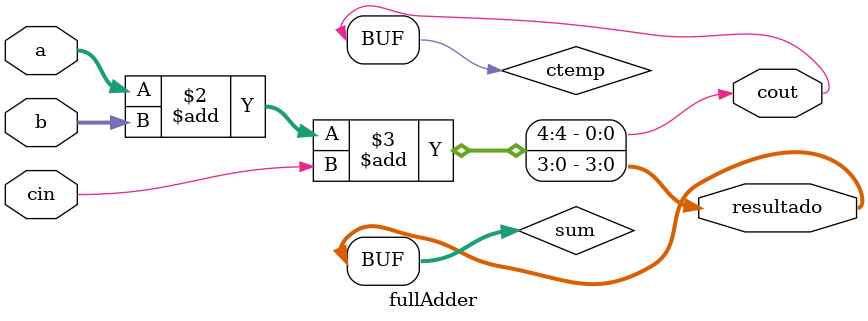
<source format=sv>
module fullAdder #(parameter N = 4)(input logic [N-1:0] a, b, input logic cin, output logic [N-1:0] resultado, output logic cout);

    logic [N-1:0] sum;
    logic ctemp;

    always_comb begin
        {ctemp, sum} = a + b + cin;
    end

    assign resultado = sum;
    assign cout = ctemp;

endmodule 
</source>
